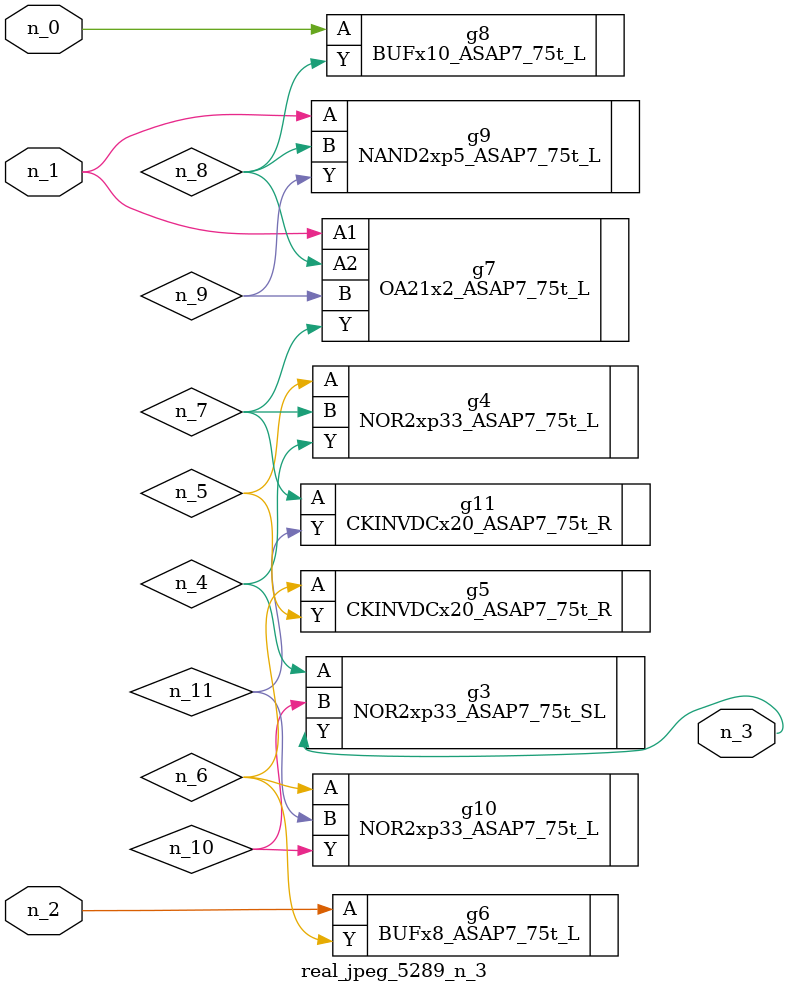
<source format=v>
module real_jpeg_5289_n_3 (n_1, n_0, n_2, n_3);

input n_1;
input n_0;
input n_2;

output n_3;

wire n_5;
wire n_8;
wire n_4;
wire n_11;
wire n_6;
wire n_7;
wire n_10;
wire n_9;

BUFx10_ASAP7_75t_L g8 ( 
.A(n_0),
.Y(n_8)
);

OA21x2_ASAP7_75t_L g7 ( 
.A1(n_1),
.A2(n_8),
.B(n_9),
.Y(n_7)
);

NAND2xp5_ASAP7_75t_L g9 ( 
.A(n_1),
.B(n_8),
.Y(n_9)
);

BUFx8_ASAP7_75t_L g6 ( 
.A(n_2),
.Y(n_6)
);

NOR2xp33_ASAP7_75t_SL g3 ( 
.A(n_4),
.B(n_10),
.Y(n_3)
);

NOR2xp33_ASAP7_75t_L g4 ( 
.A(n_5),
.B(n_7),
.Y(n_4)
);

CKINVDCx20_ASAP7_75t_R g5 ( 
.A(n_6),
.Y(n_5)
);

NOR2xp33_ASAP7_75t_L g10 ( 
.A(n_6),
.B(n_11),
.Y(n_10)
);

CKINVDCx20_ASAP7_75t_R g11 ( 
.A(n_7),
.Y(n_11)
);


endmodule
</source>
